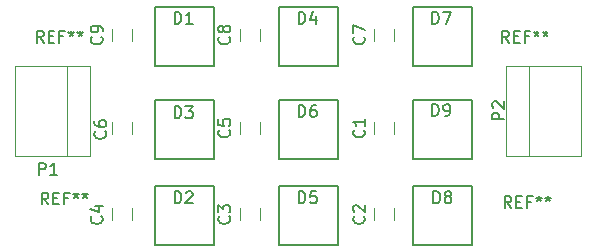
<source format=gbr>
G04 #@! TF.FileFunction,Legend,Top*
%FSLAX46Y46*%
G04 Gerber Fmt 4.6, Leading zero omitted, Abs format (unit mm)*
G04 Created by KiCad (PCBNEW 4.0.5) date Saturday, 18. February 2017 'u33' 22:33:09*
%MOMM*%
%LPD*%
G01*
G04 APERTURE LIST*
%ADD10C,0.100000*%
%ADD11C,0.120000*%
%ADD12C,0.150000*%
G04 APERTURE END LIST*
D10*
D11*
X55430000Y-31070000D02*
X61770000Y-31070000D01*
X55430000Y-23450000D02*
X61770000Y-23450000D01*
X57330000Y-23450000D02*
X57330000Y-31070000D01*
X55430000Y-31070000D02*
X55430000Y-23450000D01*
X61770000Y-23450000D02*
X61770000Y-31070000D01*
D12*
X52500000Y-18400000D02*
X52500000Y-23400000D01*
X47500000Y-18400000D02*
X52500000Y-18400000D01*
X47500000Y-23400000D02*
X47500000Y-18400000D01*
X47500000Y-18400000D02*
X52500000Y-18400000D01*
X52500000Y-18400000D02*
X52500000Y-23400000D01*
X52500000Y-23400000D02*
X47500000Y-23400000D01*
X52500000Y-26300000D02*
X52500000Y-31300000D01*
X47500000Y-26300000D02*
X52500000Y-26300000D01*
X47500000Y-31300000D02*
X47500000Y-26300000D01*
X47500000Y-26300000D02*
X52500000Y-26300000D01*
X52500000Y-26300000D02*
X52500000Y-31300000D01*
X52500000Y-31300000D02*
X47500000Y-31300000D01*
D11*
X44250000Y-28200000D02*
X44250000Y-29200000D01*
X45950000Y-29200000D02*
X45950000Y-28200000D01*
X44250000Y-35500000D02*
X44250000Y-36500000D01*
X45950000Y-36500000D02*
X45950000Y-35500000D01*
X32850000Y-35500000D02*
X32850000Y-36500000D01*
X34550000Y-36500000D02*
X34550000Y-35500000D01*
X22050000Y-35500000D02*
X22050000Y-36500000D01*
X23750000Y-36500000D02*
X23750000Y-35500000D01*
X32850000Y-28200000D02*
X32850000Y-29200000D01*
X34550000Y-29200000D02*
X34550000Y-28200000D01*
X22050000Y-28200000D02*
X22050000Y-29200000D01*
X23750000Y-29200000D02*
X23750000Y-28200000D01*
X44250000Y-20300000D02*
X44250000Y-21300000D01*
X45950000Y-21300000D02*
X45950000Y-20300000D01*
X32850000Y-20300000D02*
X32850000Y-21300000D01*
X34550000Y-21300000D02*
X34550000Y-20300000D01*
X22050000Y-20300000D02*
X22050000Y-21300000D01*
X23750000Y-21300000D02*
X23750000Y-20300000D01*
D12*
X30700000Y-18400000D02*
X30700000Y-23400000D01*
X25700000Y-18400000D02*
X30700000Y-18400000D01*
X25700000Y-23400000D02*
X25700000Y-18400000D01*
X25700000Y-18400000D02*
X30700000Y-18400000D01*
X30700000Y-18400000D02*
X30700000Y-23400000D01*
X30700000Y-23400000D02*
X25700000Y-23400000D01*
X30700000Y-33600000D02*
X30700000Y-38600000D01*
X25700000Y-33600000D02*
X30700000Y-33600000D01*
X25700000Y-38600000D02*
X25700000Y-33600000D01*
X25700000Y-33600000D02*
X30700000Y-33600000D01*
X30700000Y-33600000D02*
X30700000Y-38600000D01*
X30700000Y-38600000D02*
X25700000Y-38600000D01*
X30700000Y-26300000D02*
X30700000Y-31300000D01*
X25700000Y-26300000D02*
X30700000Y-26300000D01*
X25700000Y-31300000D02*
X25700000Y-26300000D01*
X25700000Y-26300000D02*
X30700000Y-26300000D01*
X30700000Y-26300000D02*
X30700000Y-31300000D01*
X30700000Y-31300000D02*
X25700000Y-31300000D01*
X41200000Y-18400000D02*
X41200000Y-23400000D01*
X36200000Y-18400000D02*
X41200000Y-18400000D01*
X36200000Y-23400000D02*
X36200000Y-18400000D01*
X36200000Y-18400000D02*
X41200000Y-18400000D01*
X41200000Y-18400000D02*
X41200000Y-23400000D01*
X41200000Y-23400000D02*
X36200000Y-23400000D01*
X41200000Y-33600000D02*
X41200000Y-38600000D01*
X36200000Y-33600000D02*
X41200000Y-33600000D01*
X36200000Y-38600000D02*
X36200000Y-33600000D01*
X36200000Y-33600000D02*
X41200000Y-33600000D01*
X41200000Y-33600000D02*
X41200000Y-38600000D01*
X41200000Y-38600000D02*
X36200000Y-38600000D01*
X41200000Y-26300000D02*
X41200000Y-31300000D01*
X36200000Y-26300000D02*
X41200000Y-26300000D01*
X36200000Y-31300000D02*
X36200000Y-26300000D01*
X36200000Y-26300000D02*
X41200000Y-26300000D01*
X41200000Y-26300000D02*
X41200000Y-31300000D01*
X41200000Y-31300000D02*
X36200000Y-31300000D01*
X52500000Y-33600000D02*
X52500000Y-38600000D01*
X47500000Y-33600000D02*
X52500000Y-33600000D01*
X47500000Y-38600000D02*
X47500000Y-33600000D01*
X47500000Y-33600000D02*
X52500000Y-33600000D01*
X52500000Y-33600000D02*
X52500000Y-38600000D01*
X52500000Y-38600000D02*
X47500000Y-38600000D01*
D11*
X20170000Y-23430000D02*
X13830000Y-23430000D01*
X20170000Y-31050000D02*
X13830000Y-31050000D01*
X18270000Y-31050000D02*
X18270000Y-23430000D01*
X20170000Y-23430000D02*
X20170000Y-31050000D01*
X13830000Y-31050000D02*
X13830000Y-23430000D01*
D12*
X55252381Y-27948095D02*
X54252381Y-27948095D01*
X54252381Y-27567142D01*
X54300000Y-27471904D01*
X54347619Y-27424285D01*
X54442857Y-27376666D01*
X54585714Y-27376666D01*
X54680952Y-27424285D01*
X54728571Y-27471904D01*
X54776190Y-27567142D01*
X54776190Y-27948095D01*
X54347619Y-26995714D02*
X54300000Y-26948095D01*
X54252381Y-26852857D01*
X54252381Y-26614761D01*
X54300000Y-26519523D01*
X54347619Y-26471904D01*
X54442857Y-26424285D01*
X54538095Y-26424285D01*
X54680952Y-26471904D01*
X55252381Y-27043333D01*
X55252381Y-26424285D01*
X49161905Y-19852381D02*
X49161905Y-18852381D01*
X49400000Y-18852381D01*
X49542858Y-18900000D01*
X49638096Y-18995238D01*
X49685715Y-19090476D01*
X49733334Y-19280952D01*
X49733334Y-19423810D01*
X49685715Y-19614286D01*
X49638096Y-19709524D01*
X49542858Y-19804762D01*
X49400000Y-19852381D01*
X49161905Y-19852381D01*
X50066667Y-18852381D02*
X50733334Y-18852381D01*
X50304762Y-19852381D01*
X49161905Y-27652381D02*
X49161905Y-26652381D01*
X49400000Y-26652381D01*
X49542858Y-26700000D01*
X49638096Y-26795238D01*
X49685715Y-26890476D01*
X49733334Y-27080952D01*
X49733334Y-27223810D01*
X49685715Y-27414286D01*
X49638096Y-27509524D01*
X49542858Y-27604762D01*
X49400000Y-27652381D01*
X49161905Y-27652381D01*
X50209524Y-27652381D02*
X50400000Y-27652381D01*
X50495239Y-27604762D01*
X50542858Y-27557143D01*
X50638096Y-27414286D01*
X50685715Y-27223810D01*
X50685715Y-26842857D01*
X50638096Y-26747619D01*
X50590477Y-26700000D01*
X50495239Y-26652381D01*
X50304762Y-26652381D01*
X50209524Y-26700000D01*
X50161905Y-26747619D01*
X50114286Y-26842857D01*
X50114286Y-27080952D01*
X50161905Y-27176190D01*
X50209524Y-27223810D01*
X50304762Y-27271429D01*
X50495239Y-27271429D01*
X50590477Y-27223810D01*
X50638096Y-27176190D01*
X50685715Y-27080952D01*
X43357143Y-28866666D02*
X43404762Y-28914285D01*
X43452381Y-29057142D01*
X43452381Y-29152380D01*
X43404762Y-29295238D01*
X43309524Y-29390476D01*
X43214286Y-29438095D01*
X43023810Y-29485714D01*
X42880952Y-29485714D01*
X42690476Y-29438095D01*
X42595238Y-29390476D01*
X42500000Y-29295238D01*
X42452381Y-29152380D01*
X42452381Y-29057142D01*
X42500000Y-28914285D01*
X42547619Y-28866666D01*
X43452381Y-27914285D02*
X43452381Y-28485714D01*
X43452381Y-28200000D02*
X42452381Y-28200000D01*
X42595238Y-28295238D01*
X42690476Y-28390476D01*
X42738095Y-28485714D01*
X43357143Y-36166666D02*
X43404762Y-36214285D01*
X43452381Y-36357142D01*
X43452381Y-36452380D01*
X43404762Y-36595238D01*
X43309524Y-36690476D01*
X43214286Y-36738095D01*
X43023810Y-36785714D01*
X42880952Y-36785714D01*
X42690476Y-36738095D01*
X42595238Y-36690476D01*
X42500000Y-36595238D01*
X42452381Y-36452380D01*
X42452381Y-36357142D01*
X42500000Y-36214285D01*
X42547619Y-36166666D01*
X42547619Y-35785714D02*
X42500000Y-35738095D01*
X42452381Y-35642857D01*
X42452381Y-35404761D01*
X42500000Y-35309523D01*
X42547619Y-35261904D01*
X42642857Y-35214285D01*
X42738095Y-35214285D01*
X42880952Y-35261904D01*
X43452381Y-35833333D01*
X43452381Y-35214285D01*
X31957143Y-36166666D02*
X32004762Y-36214285D01*
X32052381Y-36357142D01*
X32052381Y-36452380D01*
X32004762Y-36595238D01*
X31909524Y-36690476D01*
X31814286Y-36738095D01*
X31623810Y-36785714D01*
X31480952Y-36785714D01*
X31290476Y-36738095D01*
X31195238Y-36690476D01*
X31100000Y-36595238D01*
X31052381Y-36452380D01*
X31052381Y-36357142D01*
X31100000Y-36214285D01*
X31147619Y-36166666D01*
X31052381Y-35833333D02*
X31052381Y-35214285D01*
X31433333Y-35547619D01*
X31433333Y-35404761D01*
X31480952Y-35309523D01*
X31528571Y-35261904D01*
X31623810Y-35214285D01*
X31861905Y-35214285D01*
X31957143Y-35261904D01*
X32004762Y-35309523D01*
X32052381Y-35404761D01*
X32052381Y-35690476D01*
X32004762Y-35785714D01*
X31957143Y-35833333D01*
X21157143Y-36166666D02*
X21204762Y-36214285D01*
X21252381Y-36357142D01*
X21252381Y-36452380D01*
X21204762Y-36595238D01*
X21109524Y-36690476D01*
X21014286Y-36738095D01*
X20823810Y-36785714D01*
X20680952Y-36785714D01*
X20490476Y-36738095D01*
X20395238Y-36690476D01*
X20300000Y-36595238D01*
X20252381Y-36452380D01*
X20252381Y-36357142D01*
X20300000Y-36214285D01*
X20347619Y-36166666D01*
X20585714Y-35309523D02*
X21252381Y-35309523D01*
X20204762Y-35547619D02*
X20919048Y-35785714D01*
X20919048Y-35166666D01*
X31957143Y-28866666D02*
X32004762Y-28914285D01*
X32052381Y-29057142D01*
X32052381Y-29152380D01*
X32004762Y-29295238D01*
X31909524Y-29390476D01*
X31814286Y-29438095D01*
X31623810Y-29485714D01*
X31480952Y-29485714D01*
X31290476Y-29438095D01*
X31195238Y-29390476D01*
X31100000Y-29295238D01*
X31052381Y-29152380D01*
X31052381Y-29057142D01*
X31100000Y-28914285D01*
X31147619Y-28866666D01*
X31052381Y-27961904D02*
X31052381Y-28438095D01*
X31528571Y-28485714D01*
X31480952Y-28438095D01*
X31433333Y-28342857D01*
X31433333Y-28104761D01*
X31480952Y-28009523D01*
X31528571Y-27961904D01*
X31623810Y-27914285D01*
X31861905Y-27914285D01*
X31957143Y-27961904D01*
X32004762Y-28009523D01*
X32052381Y-28104761D01*
X32052381Y-28342857D01*
X32004762Y-28438095D01*
X31957143Y-28485714D01*
X21457143Y-28966666D02*
X21504762Y-29014285D01*
X21552381Y-29157142D01*
X21552381Y-29252380D01*
X21504762Y-29395238D01*
X21409524Y-29490476D01*
X21314286Y-29538095D01*
X21123810Y-29585714D01*
X20980952Y-29585714D01*
X20790476Y-29538095D01*
X20695238Y-29490476D01*
X20600000Y-29395238D01*
X20552381Y-29252380D01*
X20552381Y-29157142D01*
X20600000Y-29014285D01*
X20647619Y-28966666D01*
X20552381Y-28109523D02*
X20552381Y-28300000D01*
X20600000Y-28395238D01*
X20647619Y-28442857D01*
X20790476Y-28538095D01*
X20980952Y-28585714D01*
X21361905Y-28585714D01*
X21457143Y-28538095D01*
X21504762Y-28490476D01*
X21552381Y-28395238D01*
X21552381Y-28204761D01*
X21504762Y-28109523D01*
X21457143Y-28061904D01*
X21361905Y-28014285D01*
X21123810Y-28014285D01*
X21028571Y-28061904D01*
X20980952Y-28109523D01*
X20933333Y-28204761D01*
X20933333Y-28395238D01*
X20980952Y-28490476D01*
X21028571Y-28538095D01*
X21123810Y-28585714D01*
X43357143Y-20966666D02*
X43404762Y-21014285D01*
X43452381Y-21157142D01*
X43452381Y-21252380D01*
X43404762Y-21395238D01*
X43309524Y-21490476D01*
X43214286Y-21538095D01*
X43023810Y-21585714D01*
X42880952Y-21585714D01*
X42690476Y-21538095D01*
X42595238Y-21490476D01*
X42500000Y-21395238D01*
X42452381Y-21252380D01*
X42452381Y-21157142D01*
X42500000Y-21014285D01*
X42547619Y-20966666D01*
X42452381Y-20633333D02*
X42452381Y-19966666D01*
X43452381Y-20395238D01*
X31957143Y-20966666D02*
X32004762Y-21014285D01*
X32052381Y-21157142D01*
X32052381Y-21252380D01*
X32004762Y-21395238D01*
X31909524Y-21490476D01*
X31814286Y-21538095D01*
X31623810Y-21585714D01*
X31480952Y-21585714D01*
X31290476Y-21538095D01*
X31195238Y-21490476D01*
X31100000Y-21395238D01*
X31052381Y-21252380D01*
X31052381Y-21157142D01*
X31100000Y-21014285D01*
X31147619Y-20966666D01*
X31480952Y-20395238D02*
X31433333Y-20490476D01*
X31385714Y-20538095D01*
X31290476Y-20585714D01*
X31242857Y-20585714D01*
X31147619Y-20538095D01*
X31100000Y-20490476D01*
X31052381Y-20395238D01*
X31052381Y-20204761D01*
X31100000Y-20109523D01*
X31147619Y-20061904D01*
X31242857Y-20014285D01*
X31290476Y-20014285D01*
X31385714Y-20061904D01*
X31433333Y-20109523D01*
X31480952Y-20204761D01*
X31480952Y-20395238D01*
X31528571Y-20490476D01*
X31576190Y-20538095D01*
X31671429Y-20585714D01*
X31861905Y-20585714D01*
X31957143Y-20538095D01*
X32004762Y-20490476D01*
X32052381Y-20395238D01*
X32052381Y-20204761D01*
X32004762Y-20109523D01*
X31957143Y-20061904D01*
X31861905Y-20014285D01*
X31671429Y-20014285D01*
X31576190Y-20061904D01*
X31528571Y-20109523D01*
X31480952Y-20204761D01*
X21157143Y-20966666D02*
X21204762Y-21014285D01*
X21252381Y-21157142D01*
X21252381Y-21252380D01*
X21204762Y-21395238D01*
X21109524Y-21490476D01*
X21014286Y-21538095D01*
X20823810Y-21585714D01*
X20680952Y-21585714D01*
X20490476Y-21538095D01*
X20395238Y-21490476D01*
X20300000Y-21395238D01*
X20252381Y-21252380D01*
X20252381Y-21157142D01*
X20300000Y-21014285D01*
X20347619Y-20966666D01*
X21252381Y-20490476D02*
X21252381Y-20300000D01*
X21204762Y-20204761D01*
X21157143Y-20157142D01*
X21014286Y-20061904D01*
X20823810Y-20014285D01*
X20442857Y-20014285D01*
X20347619Y-20061904D01*
X20300000Y-20109523D01*
X20252381Y-20204761D01*
X20252381Y-20395238D01*
X20300000Y-20490476D01*
X20347619Y-20538095D01*
X20442857Y-20585714D01*
X20680952Y-20585714D01*
X20776190Y-20538095D01*
X20823810Y-20490476D01*
X20871429Y-20395238D01*
X20871429Y-20204761D01*
X20823810Y-20109523D01*
X20776190Y-20061904D01*
X20680952Y-20014285D01*
X27361905Y-19852381D02*
X27361905Y-18852381D01*
X27600000Y-18852381D01*
X27742858Y-18900000D01*
X27838096Y-18995238D01*
X27885715Y-19090476D01*
X27933334Y-19280952D01*
X27933334Y-19423810D01*
X27885715Y-19614286D01*
X27838096Y-19709524D01*
X27742858Y-19804762D01*
X27600000Y-19852381D01*
X27361905Y-19852381D01*
X28885715Y-19852381D02*
X28314286Y-19852381D01*
X28600000Y-19852381D02*
X28600000Y-18852381D01*
X28504762Y-18995238D01*
X28409524Y-19090476D01*
X28314286Y-19138095D01*
X27361905Y-35052381D02*
X27361905Y-34052381D01*
X27600000Y-34052381D01*
X27742858Y-34100000D01*
X27838096Y-34195238D01*
X27885715Y-34290476D01*
X27933334Y-34480952D01*
X27933334Y-34623810D01*
X27885715Y-34814286D01*
X27838096Y-34909524D01*
X27742858Y-35004762D01*
X27600000Y-35052381D01*
X27361905Y-35052381D01*
X28314286Y-34147619D02*
X28361905Y-34100000D01*
X28457143Y-34052381D01*
X28695239Y-34052381D01*
X28790477Y-34100000D01*
X28838096Y-34147619D01*
X28885715Y-34242857D01*
X28885715Y-34338095D01*
X28838096Y-34480952D01*
X28266667Y-35052381D01*
X28885715Y-35052381D01*
X27361905Y-27852381D02*
X27361905Y-26852381D01*
X27600000Y-26852381D01*
X27742858Y-26900000D01*
X27838096Y-26995238D01*
X27885715Y-27090476D01*
X27933334Y-27280952D01*
X27933334Y-27423810D01*
X27885715Y-27614286D01*
X27838096Y-27709524D01*
X27742858Y-27804762D01*
X27600000Y-27852381D01*
X27361905Y-27852381D01*
X28266667Y-26852381D02*
X28885715Y-26852381D01*
X28552381Y-27233333D01*
X28695239Y-27233333D01*
X28790477Y-27280952D01*
X28838096Y-27328571D01*
X28885715Y-27423810D01*
X28885715Y-27661905D01*
X28838096Y-27757143D01*
X28790477Y-27804762D01*
X28695239Y-27852381D01*
X28409524Y-27852381D01*
X28314286Y-27804762D01*
X28266667Y-27757143D01*
X37861905Y-19852381D02*
X37861905Y-18852381D01*
X38100000Y-18852381D01*
X38242858Y-18900000D01*
X38338096Y-18995238D01*
X38385715Y-19090476D01*
X38433334Y-19280952D01*
X38433334Y-19423810D01*
X38385715Y-19614286D01*
X38338096Y-19709524D01*
X38242858Y-19804762D01*
X38100000Y-19852381D01*
X37861905Y-19852381D01*
X39290477Y-19185714D02*
X39290477Y-19852381D01*
X39052381Y-18804762D02*
X38814286Y-19519048D01*
X39433334Y-19519048D01*
X37861905Y-35052381D02*
X37861905Y-34052381D01*
X38100000Y-34052381D01*
X38242858Y-34100000D01*
X38338096Y-34195238D01*
X38385715Y-34290476D01*
X38433334Y-34480952D01*
X38433334Y-34623810D01*
X38385715Y-34814286D01*
X38338096Y-34909524D01*
X38242858Y-35004762D01*
X38100000Y-35052381D01*
X37861905Y-35052381D01*
X39338096Y-34052381D02*
X38861905Y-34052381D01*
X38814286Y-34528571D01*
X38861905Y-34480952D01*
X38957143Y-34433333D01*
X39195239Y-34433333D01*
X39290477Y-34480952D01*
X39338096Y-34528571D01*
X39385715Y-34623810D01*
X39385715Y-34861905D01*
X39338096Y-34957143D01*
X39290477Y-35004762D01*
X39195239Y-35052381D01*
X38957143Y-35052381D01*
X38861905Y-35004762D01*
X38814286Y-34957143D01*
X37861905Y-27752381D02*
X37861905Y-26752381D01*
X38100000Y-26752381D01*
X38242858Y-26800000D01*
X38338096Y-26895238D01*
X38385715Y-26990476D01*
X38433334Y-27180952D01*
X38433334Y-27323810D01*
X38385715Y-27514286D01*
X38338096Y-27609524D01*
X38242858Y-27704762D01*
X38100000Y-27752381D01*
X37861905Y-27752381D01*
X39290477Y-26752381D02*
X39100000Y-26752381D01*
X39004762Y-26800000D01*
X38957143Y-26847619D01*
X38861905Y-26990476D01*
X38814286Y-27180952D01*
X38814286Y-27561905D01*
X38861905Y-27657143D01*
X38909524Y-27704762D01*
X39004762Y-27752381D01*
X39195239Y-27752381D01*
X39290477Y-27704762D01*
X39338096Y-27657143D01*
X39385715Y-27561905D01*
X39385715Y-27323810D01*
X39338096Y-27228571D01*
X39290477Y-27180952D01*
X39195239Y-27133333D01*
X39004762Y-27133333D01*
X38909524Y-27180952D01*
X38861905Y-27228571D01*
X38814286Y-27323810D01*
X49261905Y-35052381D02*
X49261905Y-34052381D01*
X49500000Y-34052381D01*
X49642858Y-34100000D01*
X49738096Y-34195238D01*
X49785715Y-34290476D01*
X49833334Y-34480952D01*
X49833334Y-34623810D01*
X49785715Y-34814286D01*
X49738096Y-34909524D01*
X49642858Y-35004762D01*
X49500000Y-35052381D01*
X49261905Y-35052381D01*
X50404762Y-34480952D02*
X50309524Y-34433333D01*
X50261905Y-34385714D01*
X50214286Y-34290476D01*
X50214286Y-34242857D01*
X50261905Y-34147619D01*
X50309524Y-34100000D01*
X50404762Y-34052381D01*
X50595239Y-34052381D01*
X50690477Y-34100000D01*
X50738096Y-34147619D01*
X50785715Y-34242857D01*
X50785715Y-34290476D01*
X50738096Y-34385714D01*
X50690477Y-34433333D01*
X50595239Y-34480952D01*
X50404762Y-34480952D01*
X50309524Y-34528571D01*
X50261905Y-34576190D01*
X50214286Y-34671429D01*
X50214286Y-34861905D01*
X50261905Y-34957143D01*
X50309524Y-35004762D01*
X50404762Y-35052381D01*
X50595239Y-35052381D01*
X50690477Y-35004762D01*
X50738096Y-34957143D01*
X50785715Y-34861905D01*
X50785715Y-34671429D01*
X50738096Y-34576190D01*
X50690477Y-34528571D01*
X50595239Y-34480952D01*
X15861905Y-32652381D02*
X15861905Y-31652381D01*
X16242858Y-31652381D01*
X16338096Y-31700000D01*
X16385715Y-31747619D01*
X16433334Y-31842857D01*
X16433334Y-31985714D01*
X16385715Y-32080952D01*
X16338096Y-32128571D01*
X16242858Y-32176190D01*
X15861905Y-32176190D01*
X17385715Y-32652381D02*
X16814286Y-32652381D01*
X17100000Y-32652381D02*
X17100000Y-31652381D01*
X17004762Y-31795238D01*
X16909524Y-31890476D01*
X16814286Y-31938095D01*
X55666667Y-21452381D02*
X55333333Y-20976190D01*
X55095238Y-21452381D02*
X55095238Y-20452381D01*
X55476191Y-20452381D01*
X55571429Y-20500000D01*
X55619048Y-20547619D01*
X55666667Y-20642857D01*
X55666667Y-20785714D01*
X55619048Y-20880952D01*
X55571429Y-20928571D01*
X55476191Y-20976190D01*
X55095238Y-20976190D01*
X56095238Y-20928571D02*
X56428572Y-20928571D01*
X56571429Y-21452381D02*
X56095238Y-21452381D01*
X56095238Y-20452381D01*
X56571429Y-20452381D01*
X57333334Y-20928571D02*
X57000000Y-20928571D01*
X57000000Y-21452381D02*
X57000000Y-20452381D01*
X57476191Y-20452381D01*
X58000000Y-20452381D02*
X58000000Y-20690476D01*
X57761905Y-20595238D02*
X58000000Y-20690476D01*
X58238096Y-20595238D01*
X57857143Y-20880952D02*
X58000000Y-20690476D01*
X58142858Y-20880952D01*
X58761905Y-20452381D02*
X58761905Y-20690476D01*
X58523810Y-20595238D02*
X58761905Y-20690476D01*
X59000001Y-20595238D01*
X58619048Y-20880952D02*
X58761905Y-20690476D01*
X58904763Y-20880952D01*
X16266667Y-21452381D02*
X15933333Y-20976190D01*
X15695238Y-21452381D02*
X15695238Y-20452381D01*
X16076191Y-20452381D01*
X16171429Y-20500000D01*
X16219048Y-20547619D01*
X16266667Y-20642857D01*
X16266667Y-20785714D01*
X16219048Y-20880952D01*
X16171429Y-20928571D01*
X16076191Y-20976190D01*
X15695238Y-20976190D01*
X16695238Y-20928571D02*
X17028572Y-20928571D01*
X17171429Y-21452381D02*
X16695238Y-21452381D01*
X16695238Y-20452381D01*
X17171429Y-20452381D01*
X17933334Y-20928571D02*
X17600000Y-20928571D01*
X17600000Y-21452381D02*
X17600000Y-20452381D01*
X18076191Y-20452381D01*
X18600000Y-20452381D02*
X18600000Y-20690476D01*
X18361905Y-20595238D02*
X18600000Y-20690476D01*
X18838096Y-20595238D01*
X18457143Y-20880952D02*
X18600000Y-20690476D01*
X18742858Y-20880952D01*
X19361905Y-20452381D02*
X19361905Y-20690476D01*
X19123810Y-20595238D02*
X19361905Y-20690476D01*
X19600001Y-20595238D01*
X19219048Y-20880952D02*
X19361905Y-20690476D01*
X19504763Y-20880952D01*
X16666667Y-35152381D02*
X16333333Y-34676190D01*
X16095238Y-35152381D02*
X16095238Y-34152381D01*
X16476191Y-34152381D01*
X16571429Y-34200000D01*
X16619048Y-34247619D01*
X16666667Y-34342857D01*
X16666667Y-34485714D01*
X16619048Y-34580952D01*
X16571429Y-34628571D01*
X16476191Y-34676190D01*
X16095238Y-34676190D01*
X17095238Y-34628571D02*
X17428572Y-34628571D01*
X17571429Y-35152381D02*
X17095238Y-35152381D01*
X17095238Y-34152381D01*
X17571429Y-34152381D01*
X18333334Y-34628571D02*
X18000000Y-34628571D01*
X18000000Y-35152381D02*
X18000000Y-34152381D01*
X18476191Y-34152381D01*
X19000000Y-34152381D02*
X19000000Y-34390476D01*
X18761905Y-34295238D02*
X19000000Y-34390476D01*
X19238096Y-34295238D01*
X18857143Y-34580952D02*
X19000000Y-34390476D01*
X19142858Y-34580952D01*
X19761905Y-34152381D02*
X19761905Y-34390476D01*
X19523810Y-34295238D02*
X19761905Y-34390476D01*
X20000001Y-34295238D01*
X19619048Y-34580952D02*
X19761905Y-34390476D01*
X19904763Y-34580952D01*
X55866667Y-35452381D02*
X55533333Y-34976190D01*
X55295238Y-35452381D02*
X55295238Y-34452381D01*
X55676191Y-34452381D01*
X55771429Y-34500000D01*
X55819048Y-34547619D01*
X55866667Y-34642857D01*
X55866667Y-34785714D01*
X55819048Y-34880952D01*
X55771429Y-34928571D01*
X55676191Y-34976190D01*
X55295238Y-34976190D01*
X56295238Y-34928571D02*
X56628572Y-34928571D01*
X56771429Y-35452381D02*
X56295238Y-35452381D01*
X56295238Y-34452381D01*
X56771429Y-34452381D01*
X57533334Y-34928571D02*
X57200000Y-34928571D01*
X57200000Y-35452381D02*
X57200000Y-34452381D01*
X57676191Y-34452381D01*
X58200000Y-34452381D02*
X58200000Y-34690476D01*
X57961905Y-34595238D02*
X58200000Y-34690476D01*
X58438096Y-34595238D01*
X58057143Y-34880952D02*
X58200000Y-34690476D01*
X58342858Y-34880952D01*
X58961905Y-34452381D02*
X58961905Y-34690476D01*
X58723810Y-34595238D02*
X58961905Y-34690476D01*
X59200001Y-34595238D01*
X58819048Y-34880952D02*
X58961905Y-34690476D01*
X59104763Y-34880952D01*
M02*

</source>
